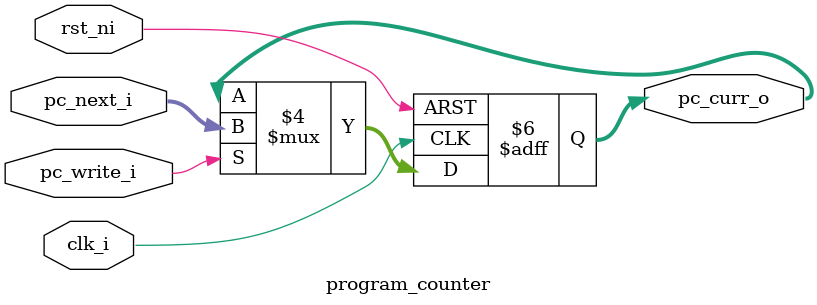
<source format=v>
`timescale 1ns/1ps

module program_counter (
    input wire clk_i,
    input wire rst_ni,
    input wire pc_write_i,
    input wire [31:0] pc_next_i,
    output reg [31:0] pc_curr_o
);


always @(posedge clk_i or negedge rst_ni) begin
    if (rst_ni == 1'b0) begin
        pc_curr_o <= 32'b0; 
    end else if (pc_write_i == 1'b1) begin
        pc_curr_o <= pc_next_i; 
    end
    end

endmodule
</source>
